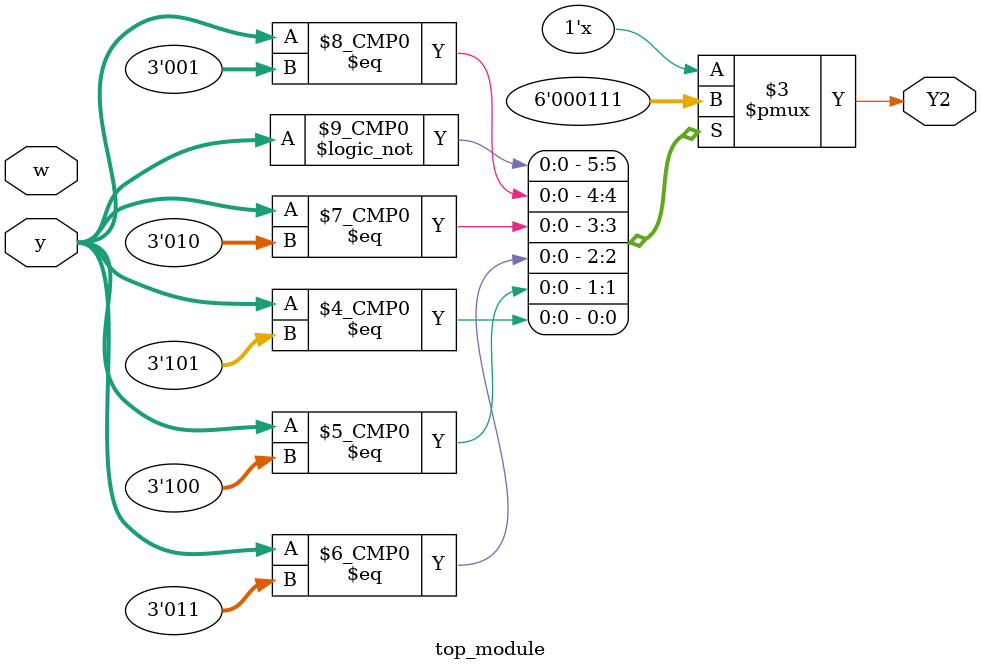
<source format=sv>
module top_module(
	input [3:1] y,
	input w,
	output reg Y2);

always @ (*) begin
	case(y)
		3'b000: Y2 = 0;
		3'b001: Y2 = 0;
		3'b010: Y2 = 0;
		3'b011: Y2 = 1;
		3'b100: Y2 = 1;
		3'b101: Y2 = 1;
	endcase
end

endmodule

</source>
